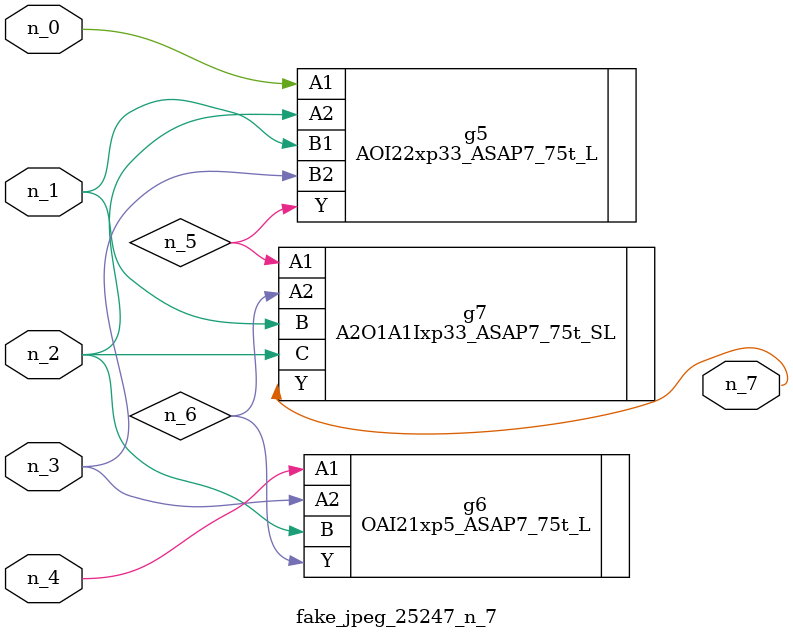
<source format=v>
module fake_jpeg_25247_n_7 (n_3, n_2, n_1, n_0, n_4, n_7);

input n_3;
input n_2;
input n_1;
input n_0;
input n_4;

output n_7;

wire n_6;
wire n_5;

AOI22xp33_ASAP7_75t_L g5 ( 
.A1(n_0),
.A2(n_2),
.B1(n_1),
.B2(n_3),
.Y(n_5)
);

OAI21xp5_ASAP7_75t_L g6 ( 
.A1(n_4),
.A2(n_3),
.B(n_2),
.Y(n_6)
);

A2O1A1Ixp33_ASAP7_75t_SL g7 ( 
.A1(n_5),
.A2(n_6),
.B(n_1),
.C(n_2),
.Y(n_7)
);


endmodule
</source>
